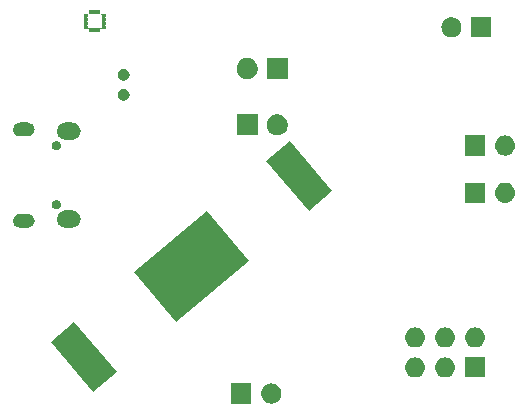
<source format=gbr>
G04 #@! TF.GenerationSoftware,KiCad,Pcbnew,(5.1.4-0-10_14)*
G04 #@! TF.CreationDate,2019-09-02T22:38:09-04:00*
G04 #@! TF.ProjectId,EFCv2,45464376-322e-46b6-9963-61645f706362,rev?*
G04 #@! TF.SameCoordinates,Original*
G04 #@! TF.FileFunction,Soldermask,Bot*
G04 #@! TF.FilePolarity,Negative*
%FSLAX46Y46*%
G04 Gerber Fmt 4.6, Leading zero omitted, Abs format (unit mm)*
G04 Created by KiCad (PCBNEW (5.1.4-0-10_14)) date 2019-09-02 22:38:09*
%MOMM*%
%LPD*%
G04 APERTURE LIST*
%ADD10C,0.100000*%
G04 APERTURE END LIST*
D10*
G36*
X153416627Y-106412299D02*
G01*
X153496742Y-106436601D01*
X153576855Y-106460903D01*
X153576857Y-106460904D01*
X153724518Y-106539831D01*
X153853949Y-106646051D01*
X153960169Y-106775482D01*
X154039096Y-106923143D01*
X154087701Y-107083373D01*
X154104112Y-107250000D01*
X154087701Y-107416627D01*
X154039096Y-107576857D01*
X153960169Y-107724518D01*
X153853949Y-107853949D01*
X153724518Y-107960169D01*
X153576857Y-108039096D01*
X153576855Y-108039097D01*
X153496742Y-108063399D01*
X153416627Y-108087701D01*
X153291752Y-108100000D01*
X153208248Y-108100000D01*
X153083373Y-108087701D01*
X153003258Y-108063399D01*
X152923145Y-108039097D01*
X152923143Y-108039096D01*
X152775482Y-107960169D01*
X152646051Y-107853949D01*
X152539831Y-107724518D01*
X152460904Y-107576857D01*
X152412299Y-107416627D01*
X152395888Y-107250000D01*
X152412299Y-107083373D01*
X152460904Y-106923143D01*
X152539831Y-106775482D01*
X152646051Y-106646051D01*
X152775482Y-106539831D01*
X152923143Y-106460904D01*
X152923145Y-106460903D01*
X153003258Y-106436601D01*
X153083373Y-106412299D01*
X153208248Y-106400000D01*
X153291752Y-106400000D01*
X153416627Y-106412299D01*
X153416627Y-106412299D01*
G37*
G36*
X151560000Y-108100000D02*
G01*
X149860000Y-108100000D01*
X149860000Y-106400000D01*
X151560000Y-106400000D01*
X151560000Y-108100000D01*
X151560000Y-108100000D01*
G37*
G36*
X140163048Y-105446366D02*
G01*
X138171333Y-107117613D01*
X134597434Y-102858406D01*
X136589149Y-101187159D01*
X140163048Y-105446366D01*
X140163048Y-105446366D01*
G37*
G36*
X171350000Y-105890000D02*
G01*
X169650000Y-105890000D01*
X169650000Y-104190000D01*
X171350000Y-104190000D01*
X171350000Y-105890000D01*
X171350000Y-105890000D01*
G37*
G36*
X168126627Y-104202299D02*
G01*
X168206742Y-104226602D01*
X168286855Y-104250903D01*
X168286857Y-104250904D01*
X168434518Y-104329831D01*
X168563949Y-104436051D01*
X168670169Y-104565482D01*
X168749096Y-104713143D01*
X168797701Y-104873373D01*
X168814112Y-105040000D01*
X168797701Y-105206627D01*
X168749096Y-105366857D01*
X168670169Y-105514518D01*
X168563949Y-105643949D01*
X168434518Y-105750169D01*
X168286857Y-105829096D01*
X168286855Y-105829097D01*
X168206742Y-105853399D01*
X168126627Y-105877701D01*
X168001752Y-105890000D01*
X167918248Y-105890000D01*
X167793373Y-105877701D01*
X167713258Y-105853399D01*
X167633145Y-105829097D01*
X167633143Y-105829096D01*
X167485482Y-105750169D01*
X167356051Y-105643949D01*
X167249831Y-105514518D01*
X167170904Y-105366857D01*
X167122299Y-105206627D01*
X167105888Y-105040000D01*
X167122299Y-104873373D01*
X167170904Y-104713143D01*
X167249831Y-104565482D01*
X167356051Y-104436051D01*
X167485482Y-104329831D01*
X167633143Y-104250904D01*
X167633145Y-104250903D01*
X167713258Y-104226602D01*
X167793373Y-104202299D01*
X167918248Y-104190000D01*
X168001752Y-104190000D01*
X168126627Y-104202299D01*
X168126627Y-104202299D01*
G37*
G36*
X165586627Y-104202299D02*
G01*
X165666742Y-104226602D01*
X165746855Y-104250903D01*
X165746857Y-104250904D01*
X165894518Y-104329831D01*
X166023949Y-104436051D01*
X166130169Y-104565482D01*
X166209096Y-104713143D01*
X166257701Y-104873373D01*
X166274112Y-105040000D01*
X166257701Y-105206627D01*
X166209096Y-105366857D01*
X166130169Y-105514518D01*
X166023949Y-105643949D01*
X165894518Y-105750169D01*
X165746857Y-105829096D01*
X165746855Y-105829097D01*
X165666742Y-105853399D01*
X165586627Y-105877701D01*
X165461752Y-105890000D01*
X165378248Y-105890000D01*
X165253373Y-105877701D01*
X165173258Y-105853399D01*
X165093145Y-105829097D01*
X165093143Y-105829096D01*
X164945482Y-105750169D01*
X164816051Y-105643949D01*
X164709831Y-105514518D01*
X164630904Y-105366857D01*
X164582299Y-105206627D01*
X164565888Y-105040000D01*
X164582299Y-104873373D01*
X164630904Y-104713143D01*
X164709831Y-104565482D01*
X164816051Y-104436051D01*
X164945482Y-104329831D01*
X165093143Y-104250904D01*
X165093145Y-104250903D01*
X165173258Y-104226602D01*
X165253373Y-104202299D01*
X165378248Y-104190000D01*
X165461752Y-104190000D01*
X165586627Y-104202299D01*
X165586627Y-104202299D01*
G37*
G36*
X170666627Y-101662299D02*
G01*
X170746742Y-101686601D01*
X170826855Y-101710903D01*
X170826857Y-101710904D01*
X170974518Y-101789831D01*
X171103949Y-101896051D01*
X171210169Y-102025482D01*
X171289096Y-102173143D01*
X171337701Y-102333373D01*
X171354112Y-102500000D01*
X171337701Y-102666627D01*
X171289096Y-102826857D01*
X171210169Y-102974518D01*
X171103949Y-103103949D01*
X170974518Y-103210169D01*
X170826857Y-103289096D01*
X170826855Y-103289097D01*
X170746742Y-103313399D01*
X170666627Y-103337701D01*
X170541752Y-103350000D01*
X170458248Y-103350000D01*
X170333373Y-103337701D01*
X170253258Y-103313399D01*
X170173145Y-103289097D01*
X170173143Y-103289096D01*
X170025482Y-103210169D01*
X169896051Y-103103949D01*
X169789831Y-102974518D01*
X169710904Y-102826857D01*
X169662299Y-102666627D01*
X169645888Y-102500000D01*
X169662299Y-102333373D01*
X169710904Y-102173143D01*
X169789831Y-102025482D01*
X169896051Y-101896051D01*
X170025482Y-101789831D01*
X170173143Y-101710904D01*
X170173145Y-101710903D01*
X170253258Y-101686601D01*
X170333373Y-101662299D01*
X170458248Y-101650000D01*
X170541752Y-101650000D01*
X170666627Y-101662299D01*
X170666627Y-101662299D01*
G37*
G36*
X168126627Y-101662299D02*
G01*
X168206742Y-101686601D01*
X168286855Y-101710903D01*
X168286857Y-101710904D01*
X168434518Y-101789831D01*
X168563949Y-101896051D01*
X168670169Y-102025482D01*
X168749096Y-102173143D01*
X168797701Y-102333373D01*
X168814112Y-102500000D01*
X168797701Y-102666627D01*
X168749096Y-102826857D01*
X168670169Y-102974518D01*
X168563949Y-103103949D01*
X168434518Y-103210169D01*
X168286857Y-103289096D01*
X168286855Y-103289097D01*
X168206742Y-103313399D01*
X168126627Y-103337701D01*
X168001752Y-103350000D01*
X167918248Y-103350000D01*
X167793373Y-103337701D01*
X167713258Y-103313399D01*
X167633145Y-103289097D01*
X167633143Y-103289096D01*
X167485482Y-103210169D01*
X167356051Y-103103949D01*
X167249831Y-102974518D01*
X167170904Y-102826857D01*
X167122299Y-102666627D01*
X167105888Y-102500000D01*
X167122299Y-102333373D01*
X167170904Y-102173143D01*
X167249831Y-102025482D01*
X167356051Y-101896051D01*
X167485482Y-101789831D01*
X167633143Y-101710904D01*
X167633145Y-101710903D01*
X167713258Y-101686601D01*
X167793373Y-101662299D01*
X167918248Y-101650000D01*
X168001752Y-101650000D01*
X168126627Y-101662299D01*
X168126627Y-101662299D01*
G37*
G36*
X165586627Y-101662299D02*
G01*
X165666742Y-101686601D01*
X165746855Y-101710903D01*
X165746857Y-101710904D01*
X165894518Y-101789831D01*
X166023949Y-101896051D01*
X166130169Y-102025482D01*
X166209096Y-102173143D01*
X166257701Y-102333373D01*
X166274112Y-102500000D01*
X166257701Y-102666627D01*
X166209096Y-102826857D01*
X166130169Y-102974518D01*
X166023949Y-103103949D01*
X165894518Y-103210169D01*
X165746857Y-103289096D01*
X165746855Y-103289097D01*
X165666742Y-103313399D01*
X165586627Y-103337701D01*
X165461752Y-103350000D01*
X165378248Y-103350000D01*
X165253373Y-103337701D01*
X165173258Y-103313399D01*
X165093145Y-103289097D01*
X165093143Y-103289096D01*
X164945482Y-103210169D01*
X164816051Y-103103949D01*
X164709831Y-102974518D01*
X164630904Y-102826857D01*
X164582299Y-102666627D01*
X164565888Y-102500000D01*
X164582299Y-102333373D01*
X164630904Y-102173143D01*
X164709831Y-102025482D01*
X164816051Y-101896051D01*
X164945482Y-101789831D01*
X165093143Y-101710904D01*
X165093145Y-101710903D01*
X165173258Y-101686601D01*
X165253373Y-101662299D01*
X165378248Y-101650000D01*
X165461752Y-101650000D01*
X165586627Y-101662299D01*
X165586627Y-101662299D01*
G37*
G36*
X151351127Y-96058453D02*
G01*
X145222772Y-101200754D01*
X141648873Y-96941547D01*
X147777228Y-91799246D01*
X151351127Y-96058453D01*
X151351127Y-96058453D01*
G37*
G36*
X136463866Y-91755246D02*
G01*
X136517125Y-91760491D01*
X136653788Y-91801947D01*
X136653790Y-91801948D01*
X136779736Y-91869268D01*
X136890133Y-91959867D01*
X136964102Y-92050000D01*
X136980731Y-92070263D01*
X137048053Y-92196212D01*
X137089509Y-92332875D01*
X137103507Y-92475000D01*
X137089509Y-92617125D01*
X137048053Y-92753788D01*
X137048052Y-92753790D01*
X136980732Y-92879736D01*
X136890133Y-92990133D01*
X136779736Y-93080732D01*
X136653790Y-93148052D01*
X136653788Y-93148053D01*
X136517125Y-93189509D01*
X136463866Y-93194754D01*
X136410609Y-93200000D01*
X135789391Y-93200000D01*
X135736134Y-93194755D01*
X135682875Y-93189509D01*
X135546212Y-93148053D01*
X135546210Y-93148052D01*
X135420264Y-93080732D01*
X135309867Y-92990133D01*
X135219268Y-92879736D01*
X135151948Y-92753790D01*
X135151947Y-92753788D01*
X135110491Y-92617125D01*
X135096493Y-92475000D01*
X135110491Y-92332875D01*
X135151947Y-92196212D01*
X135219269Y-92070263D01*
X135235898Y-92050000D01*
X135309867Y-91959867D01*
X135420264Y-91869268D01*
X135546210Y-91801948D01*
X135546212Y-91801947D01*
X135682875Y-91760491D01*
X135736134Y-91755246D01*
X135789391Y-91750000D01*
X136410609Y-91750000D01*
X136463866Y-91755246D01*
X136463866Y-91755246D01*
G37*
G36*
X132725652Y-92057131D02*
G01*
X132737721Y-92058320D01*
X132791914Y-92074759D01*
X132846108Y-92091199D01*
X132945998Y-92144592D01*
X133033554Y-92216446D01*
X133105408Y-92304002D01*
X133158801Y-92403892D01*
X133191680Y-92512280D01*
X133202782Y-92625000D01*
X133191680Y-92737720D01*
X133158801Y-92846108D01*
X133105408Y-92945998D01*
X133033554Y-93033554D01*
X132945998Y-93105408D01*
X132846108Y-93158801D01*
X132791914Y-93175241D01*
X132737721Y-93191680D01*
X132725652Y-93192869D01*
X132653246Y-93200000D01*
X131946754Y-93200000D01*
X131874348Y-93192869D01*
X131862279Y-93191680D01*
X131808086Y-93175241D01*
X131753892Y-93158801D01*
X131654002Y-93105408D01*
X131566446Y-93033554D01*
X131494592Y-92945998D01*
X131441199Y-92846108D01*
X131408320Y-92737720D01*
X131397218Y-92625000D01*
X131408320Y-92512280D01*
X131441199Y-92403892D01*
X131494592Y-92304002D01*
X131566446Y-92216446D01*
X131654002Y-92144592D01*
X131753892Y-92091199D01*
X131808086Y-92074759D01*
X131862279Y-92058320D01*
X131874348Y-92057131D01*
X131946754Y-92050000D01*
X132653246Y-92050000D01*
X132725652Y-92057131D01*
X132725652Y-92057131D01*
G37*
G36*
X158402566Y-90141594D02*
G01*
X156410851Y-91812841D01*
X152836952Y-87553634D01*
X154828667Y-85882387D01*
X158402566Y-90141594D01*
X158402566Y-90141594D01*
G37*
G36*
X135128414Y-90855788D02*
G01*
X135203814Y-90878660D01*
X135273303Y-90915803D01*
X135334211Y-90965789D01*
X135384197Y-91026697D01*
X135421340Y-91096186D01*
X135444212Y-91171586D01*
X135451935Y-91250000D01*
X135444212Y-91328414D01*
X135421340Y-91403814D01*
X135384197Y-91473303D01*
X135334211Y-91534211D01*
X135273303Y-91584197D01*
X135203814Y-91621340D01*
X135128414Y-91644212D01*
X135069647Y-91650000D01*
X135030353Y-91650000D01*
X134971586Y-91644212D01*
X134896186Y-91621340D01*
X134826697Y-91584197D01*
X134765789Y-91534211D01*
X134715803Y-91473303D01*
X134678660Y-91403814D01*
X134655788Y-91328414D01*
X134648065Y-91250000D01*
X134655788Y-91171586D01*
X134678660Y-91096186D01*
X134715803Y-91026697D01*
X134765789Y-90965789D01*
X134826697Y-90915803D01*
X134896186Y-90878660D01*
X134971586Y-90855788D01*
X135030353Y-90850000D01*
X135069647Y-90850000D01*
X135128414Y-90855788D01*
X135128414Y-90855788D01*
G37*
G36*
X173206627Y-89412299D02*
G01*
X173286742Y-89436601D01*
X173366855Y-89460903D01*
X173366857Y-89460904D01*
X173514518Y-89539831D01*
X173643949Y-89646051D01*
X173750169Y-89775482D01*
X173829096Y-89923143D01*
X173877701Y-90083373D01*
X173894112Y-90250000D01*
X173877701Y-90416627D01*
X173829096Y-90576857D01*
X173750169Y-90724518D01*
X173643949Y-90853949D01*
X173514518Y-90960169D01*
X173366857Y-91039096D01*
X173366855Y-91039097D01*
X173286742Y-91063399D01*
X173206627Y-91087701D01*
X173081752Y-91100000D01*
X172998248Y-91100000D01*
X172873373Y-91087701D01*
X172793258Y-91063399D01*
X172713145Y-91039097D01*
X172713143Y-91039096D01*
X172565482Y-90960169D01*
X172436051Y-90853949D01*
X172329831Y-90724518D01*
X172250904Y-90576857D01*
X172202299Y-90416627D01*
X172185888Y-90250000D01*
X172202299Y-90083373D01*
X172250904Y-89923143D01*
X172329831Y-89775482D01*
X172436051Y-89646051D01*
X172565482Y-89539831D01*
X172713143Y-89460904D01*
X172713145Y-89460903D01*
X172793258Y-89436601D01*
X172873373Y-89412299D01*
X172998248Y-89400000D01*
X173081752Y-89400000D01*
X173206627Y-89412299D01*
X173206627Y-89412299D01*
G37*
G36*
X171350000Y-91100000D02*
G01*
X169650000Y-91100000D01*
X169650000Y-89400000D01*
X171350000Y-89400000D01*
X171350000Y-91100000D01*
X171350000Y-91100000D01*
G37*
G36*
X173206627Y-85412299D02*
G01*
X173286742Y-85436601D01*
X173366855Y-85460903D01*
X173366857Y-85460904D01*
X173514518Y-85539831D01*
X173643949Y-85646051D01*
X173750168Y-85775481D01*
X173829097Y-85923145D01*
X173853398Y-86003258D01*
X173877701Y-86083373D01*
X173894112Y-86250000D01*
X173877701Y-86416627D01*
X173860508Y-86473304D01*
X173842033Y-86534211D01*
X173829096Y-86576857D01*
X173750169Y-86724518D01*
X173643949Y-86853949D01*
X173514518Y-86960169D01*
X173366857Y-87039096D01*
X173366855Y-87039097D01*
X173286742Y-87063399D01*
X173206627Y-87087701D01*
X173081752Y-87100000D01*
X172998248Y-87100000D01*
X172873373Y-87087701D01*
X172793258Y-87063399D01*
X172713145Y-87039097D01*
X172713143Y-87039096D01*
X172565482Y-86960169D01*
X172436051Y-86853949D01*
X172329831Y-86724518D01*
X172250904Y-86576857D01*
X172237968Y-86534211D01*
X172219492Y-86473304D01*
X172202299Y-86416627D01*
X172185888Y-86250000D01*
X172202299Y-86083373D01*
X172226602Y-86003258D01*
X172250903Y-85923145D01*
X172329832Y-85775481D01*
X172436051Y-85646051D01*
X172565482Y-85539831D01*
X172713143Y-85460904D01*
X172713145Y-85460903D01*
X172793258Y-85436601D01*
X172873373Y-85412299D01*
X172998248Y-85400000D01*
X173081752Y-85400000D01*
X173206627Y-85412299D01*
X173206627Y-85412299D01*
G37*
G36*
X171350000Y-87100000D02*
G01*
X169650000Y-87100000D01*
X169650000Y-85400000D01*
X171350000Y-85400000D01*
X171350000Y-87100000D01*
X171350000Y-87100000D01*
G37*
G36*
X135128414Y-85855788D02*
G01*
X135203814Y-85878660D01*
X135273303Y-85915803D01*
X135334211Y-85965789D01*
X135384197Y-86026697D01*
X135421340Y-86096186D01*
X135444212Y-86171586D01*
X135451935Y-86250000D01*
X135444212Y-86328414D01*
X135421340Y-86403814D01*
X135384197Y-86473303D01*
X135334211Y-86534211D01*
X135273303Y-86584197D01*
X135203814Y-86621340D01*
X135128414Y-86644212D01*
X135069647Y-86650000D01*
X135030353Y-86650000D01*
X134971586Y-86644212D01*
X134896186Y-86621340D01*
X134826697Y-86584197D01*
X134765789Y-86534211D01*
X134715803Y-86473303D01*
X134678660Y-86403814D01*
X134655788Y-86328414D01*
X134648065Y-86250000D01*
X134655788Y-86171586D01*
X134678660Y-86096186D01*
X134715803Y-86026697D01*
X134765789Y-85965789D01*
X134826697Y-85915803D01*
X134896186Y-85878660D01*
X134971586Y-85855788D01*
X135030353Y-85850000D01*
X135069647Y-85850000D01*
X135128414Y-85855788D01*
X135128414Y-85855788D01*
G37*
G36*
X136463866Y-84305246D02*
G01*
X136517125Y-84310491D01*
X136653788Y-84351947D01*
X136653790Y-84351948D01*
X136779736Y-84419268D01*
X136890133Y-84509867D01*
X136980732Y-84620264D01*
X136998707Y-84653893D01*
X137048053Y-84746212D01*
X137089509Y-84882875D01*
X137103507Y-85025000D01*
X137089509Y-85167125D01*
X137048053Y-85303788D01*
X137048052Y-85303790D01*
X136980732Y-85429736D01*
X136890133Y-85540133D01*
X136779736Y-85630732D01*
X136751076Y-85646051D01*
X136653788Y-85698053D01*
X136517125Y-85739509D01*
X136463866Y-85744755D01*
X136410609Y-85750000D01*
X135789391Y-85750000D01*
X135736134Y-85744755D01*
X135682875Y-85739509D01*
X135546212Y-85698053D01*
X135448924Y-85646051D01*
X135420264Y-85630732D01*
X135309867Y-85540133D01*
X135219268Y-85429736D01*
X135151948Y-85303790D01*
X135151947Y-85303788D01*
X135110491Y-85167125D01*
X135096493Y-85025000D01*
X135110491Y-84882875D01*
X135151947Y-84746212D01*
X135201293Y-84653893D01*
X135219268Y-84620264D01*
X135309867Y-84509867D01*
X135420264Y-84419268D01*
X135546210Y-84351948D01*
X135546212Y-84351947D01*
X135682875Y-84310491D01*
X135736134Y-84305246D01*
X135789391Y-84300000D01*
X136410609Y-84300000D01*
X136463866Y-84305246D01*
X136463866Y-84305246D01*
G37*
G36*
X132725652Y-84307131D02*
G01*
X132737721Y-84308320D01*
X132791914Y-84324759D01*
X132846108Y-84341199D01*
X132945998Y-84394592D01*
X133033554Y-84466446D01*
X133105408Y-84554002D01*
X133158801Y-84653892D01*
X133191680Y-84762280D01*
X133202782Y-84875000D01*
X133191680Y-84987720D01*
X133158801Y-85096108D01*
X133105408Y-85195998D01*
X133033554Y-85283554D01*
X132945998Y-85355408D01*
X132846108Y-85408801D01*
X132834573Y-85412300D01*
X132737721Y-85441680D01*
X132725652Y-85442869D01*
X132653246Y-85450000D01*
X131946754Y-85450000D01*
X131874348Y-85442869D01*
X131862279Y-85441680D01*
X131765427Y-85412300D01*
X131753892Y-85408801D01*
X131654002Y-85355408D01*
X131566446Y-85283554D01*
X131494592Y-85195998D01*
X131441199Y-85096108D01*
X131408320Y-84987720D01*
X131397218Y-84875000D01*
X131408320Y-84762280D01*
X131441199Y-84653892D01*
X131494592Y-84554002D01*
X131566446Y-84466446D01*
X131654002Y-84394592D01*
X131753892Y-84341199D01*
X131808086Y-84324759D01*
X131862279Y-84308320D01*
X131874348Y-84307131D01*
X131946754Y-84300000D01*
X132653246Y-84300000D01*
X132725652Y-84307131D01*
X132725652Y-84307131D01*
G37*
G36*
X154012520Y-83634586D02*
G01*
X154176310Y-83702430D01*
X154323717Y-83800924D01*
X154449076Y-83926283D01*
X154547570Y-84073690D01*
X154547571Y-84073692D01*
X154615414Y-84237480D01*
X154650000Y-84411356D01*
X154650000Y-84588644D01*
X154643710Y-84620264D01*
X154615414Y-84762520D01*
X154547570Y-84926310D01*
X154449076Y-85073717D01*
X154323717Y-85199076D01*
X154176310Y-85297570D01*
X154176309Y-85297571D01*
X154176308Y-85297571D01*
X154012520Y-85365414D01*
X153838644Y-85400000D01*
X153661356Y-85400000D01*
X153487480Y-85365414D01*
X153323692Y-85297571D01*
X153323691Y-85297571D01*
X153323690Y-85297570D01*
X153176283Y-85199076D01*
X153050924Y-85073717D01*
X152952430Y-84926310D01*
X152884586Y-84762520D01*
X152856290Y-84620264D01*
X152850000Y-84588644D01*
X152850000Y-84411356D01*
X152884586Y-84237480D01*
X152952429Y-84073692D01*
X152952430Y-84073690D01*
X153050924Y-83926283D01*
X153176283Y-83800924D01*
X153323690Y-83702430D01*
X153487480Y-83634586D01*
X153661356Y-83600000D01*
X153838644Y-83600000D01*
X154012520Y-83634586D01*
X154012520Y-83634586D01*
G37*
G36*
X152110000Y-85400000D02*
G01*
X150310000Y-85400000D01*
X150310000Y-83600000D01*
X152110000Y-83600000D01*
X152110000Y-85400000D01*
X152110000Y-85400000D01*
G37*
G36*
X140895843Y-81469214D02*
G01*
X140895846Y-81469215D01*
X140895845Y-81469215D01*
X140986839Y-81506906D01*
X141028063Y-81534451D01*
X141068730Y-81561624D01*
X141138376Y-81631270D01*
X141193095Y-81713163D01*
X141230786Y-81804157D01*
X141250000Y-81900753D01*
X141250000Y-81999247D01*
X141230786Y-82095843D01*
X141230785Y-82095845D01*
X141193094Y-82186839D01*
X141138375Y-82268731D01*
X141068731Y-82338375D01*
X140986839Y-82393094D01*
X140986838Y-82393095D01*
X140986837Y-82393095D01*
X140895843Y-82430786D01*
X140799247Y-82450000D01*
X140700753Y-82450000D01*
X140604157Y-82430786D01*
X140513163Y-82393095D01*
X140513162Y-82393095D01*
X140513161Y-82393094D01*
X140431269Y-82338375D01*
X140361625Y-82268731D01*
X140306906Y-82186839D01*
X140269215Y-82095845D01*
X140269214Y-82095843D01*
X140250000Y-81999247D01*
X140250000Y-81900753D01*
X140269214Y-81804157D01*
X140306905Y-81713163D01*
X140361624Y-81631270D01*
X140431270Y-81561624D01*
X140471937Y-81534451D01*
X140513161Y-81506906D01*
X140604155Y-81469215D01*
X140604154Y-81469215D01*
X140604157Y-81469214D01*
X140700753Y-81450000D01*
X140799247Y-81450000D01*
X140895843Y-81469214D01*
X140895843Y-81469214D01*
G37*
G36*
X140895843Y-79769214D02*
G01*
X140895846Y-79769215D01*
X140895845Y-79769215D01*
X140986839Y-79806906D01*
X141068731Y-79861625D01*
X141138375Y-79931269D01*
X141192666Y-80012520D01*
X141193095Y-80013163D01*
X141230786Y-80104157D01*
X141250000Y-80200753D01*
X141250000Y-80299247D01*
X141230786Y-80395843D01*
X141193095Y-80486837D01*
X141152515Y-80547570D01*
X141138375Y-80568731D01*
X141068731Y-80638375D01*
X140986839Y-80693094D01*
X140986838Y-80693095D01*
X140986837Y-80693095D01*
X140895843Y-80730786D01*
X140799247Y-80750000D01*
X140700753Y-80750000D01*
X140604157Y-80730786D01*
X140513163Y-80693095D01*
X140513162Y-80693095D01*
X140513161Y-80693094D01*
X140431269Y-80638375D01*
X140361625Y-80568731D01*
X140347486Y-80547570D01*
X140306905Y-80486837D01*
X140269214Y-80395843D01*
X140250000Y-80299247D01*
X140250000Y-80200753D01*
X140269214Y-80104157D01*
X140306905Y-80013163D01*
X140307335Y-80012520D01*
X140361625Y-79931269D01*
X140431269Y-79861625D01*
X140513161Y-79806906D01*
X140604155Y-79769215D01*
X140604154Y-79769215D01*
X140604157Y-79769214D01*
X140700753Y-79750000D01*
X140799247Y-79750000D01*
X140895843Y-79769214D01*
X140895843Y-79769214D01*
G37*
G36*
X154650000Y-80650000D02*
G01*
X152850000Y-80650000D01*
X152850000Y-78850000D01*
X154650000Y-78850000D01*
X154650000Y-80650000D01*
X154650000Y-80650000D01*
G37*
G36*
X151472520Y-78884586D02*
G01*
X151636310Y-78952430D01*
X151783717Y-79050924D01*
X151909076Y-79176283D01*
X152007570Y-79323690D01*
X152007571Y-79323692D01*
X152075414Y-79487480D01*
X152110000Y-79661356D01*
X152110000Y-79838644D01*
X152075414Y-80012520D01*
X152007570Y-80176310D01*
X151909076Y-80323717D01*
X151783717Y-80449076D01*
X151636310Y-80547570D01*
X151636309Y-80547571D01*
X151636308Y-80547571D01*
X151472520Y-80615414D01*
X151298644Y-80650000D01*
X151121356Y-80650000D01*
X150947480Y-80615414D01*
X150783692Y-80547571D01*
X150783691Y-80547571D01*
X150783690Y-80547570D01*
X150636283Y-80449076D01*
X150510924Y-80323717D01*
X150412430Y-80176310D01*
X150344586Y-80012520D01*
X150310000Y-79838644D01*
X150310000Y-79661356D01*
X150344586Y-79487480D01*
X150412429Y-79323692D01*
X150412430Y-79323690D01*
X150510924Y-79176283D01*
X150636283Y-79050924D01*
X150783690Y-78952430D01*
X150947480Y-78884586D01*
X151121356Y-78850000D01*
X151298644Y-78850000D01*
X151472520Y-78884586D01*
X151472520Y-78884586D01*
G37*
G36*
X171890000Y-77100000D02*
G01*
X170190000Y-77100000D01*
X170190000Y-75400000D01*
X171890000Y-75400000D01*
X171890000Y-77100000D01*
X171890000Y-77100000D01*
G37*
G36*
X168666627Y-75412299D02*
G01*
X168746742Y-75436602D01*
X168826855Y-75460903D01*
X168826857Y-75460904D01*
X168974518Y-75539831D01*
X169103949Y-75646051D01*
X169210169Y-75775482D01*
X169289096Y-75923143D01*
X169289097Y-75923145D01*
X169304146Y-75972755D01*
X169337701Y-76083373D01*
X169354112Y-76250000D01*
X169337701Y-76416627D01*
X169289096Y-76576857D01*
X169210169Y-76724518D01*
X169103949Y-76853949D01*
X168974518Y-76960169D01*
X168826857Y-77039096D01*
X168826855Y-77039097D01*
X168746742Y-77063399D01*
X168666627Y-77087701D01*
X168541752Y-77100000D01*
X168458248Y-77100000D01*
X168333373Y-77087701D01*
X168253258Y-77063399D01*
X168173145Y-77039097D01*
X168173143Y-77039096D01*
X168025482Y-76960169D01*
X167896051Y-76853949D01*
X167789831Y-76724518D01*
X167710904Y-76576857D01*
X167662299Y-76416627D01*
X167645888Y-76250000D01*
X167662299Y-76083373D01*
X167695854Y-75972755D01*
X167710903Y-75923145D01*
X167710904Y-75923143D01*
X167789831Y-75775482D01*
X167896051Y-75646051D01*
X168025482Y-75539831D01*
X168173143Y-75460904D01*
X168173145Y-75460903D01*
X168253258Y-75436602D01*
X168333373Y-75412299D01*
X168458248Y-75400000D01*
X168541752Y-75400000D01*
X168666627Y-75412299D01*
X168666627Y-75412299D01*
G37*
G36*
X138061142Y-74813225D02*
G01*
X138068572Y-74817197D01*
X138091211Y-74826575D01*
X138115244Y-74831357D01*
X138139748Y-74831358D01*
X138163781Y-74826578D01*
X138186428Y-74817197D01*
X138193858Y-74813225D01*
X138196143Y-74813000D01*
X138408857Y-74813000D01*
X138411142Y-74813225D01*
X138418572Y-74817197D01*
X138441211Y-74826575D01*
X138465244Y-74831357D01*
X138489748Y-74831358D01*
X138513781Y-74826578D01*
X138536428Y-74817197D01*
X138543858Y-74813225D01*
X138546143Y-74813000D01*
X138752500Y-74813000D01*
X138752500Y-74989232D01*
X138754902Y-75013618D01*
X138762015Y-75037067D01*
X138773566Y-75058678D01*
X138789111Y-75077620D01*
X138808053Y-75093165D01*
X138829664Y-75104716D01*
X138853113Y-75111829D01*
X138889749Y-75113629D01*
X138896137Y-75113000D01*
X139227500Y-75113000D01*
X139227500Y-75319357D01*
X139227275Y-75321642D01*
X139223303Y-75329072D01*
X139213925Y-75351711D01*
X139209143Y-75375744D01*
X139209142Y-75400248D01*
X139213922Y-75424281D01*
X139223303Y-75446928D01*
X139227275Y-75454358D01*
X139227500Y-75456643D01*
X139227500Y-75669357D01*
X139227275Y-75671642D01*
X139223303Y-75679072D01*
X139213925Y-75701711D01*
X139209143Y-75725744D01*
X139209142Y-75750248D01*
X139213922Y-75774281D01*
X139223303Y-75796928D01*
X139227275Y-75804358D01*
X139227500Y-75806643D01*
X139227500Y-76019357D01*
X139227275Y-76021642D01*
X139223303Y-76029072D01*
X139213925Y-76051711D01*
X139209143Y-76075744D01*
X139209142Y-76100248D01*
X139213922Y-76124281D01*
X139223303Y-76146928D01*
X139227275Y-76154358D01*
X139227500Y-76156643D01*
X139227500Y-76363000D01*
X138896137Y-76363000D01*
X138889749Y-76362371D01*
X138865245Y-76362371D01*
X138841211Y-76367152D01*
X138818573Y-76376530D01*
X138798199Y-76390144D01*
X138780872Y-76407471D01*
X138767259Y-76427846D01*
X138757882Y-76450485D01*
X138752500Y-76486768D01*
X138752500Y-76663000D01*
X138546143Y-76663000D01*
X138543858Y-76662775D01*
X138536428Y-76658803D01*
X138513789Y-76649425D01*
X138489756Y-76644643D01*
X138465252Y-76644642D01*
X138441219Y-76649422D01*
X138418572Y-76658803D01*
X138411142Y-76662775D01*
X138408857Y-76663000D01*
X138196143Y-76663000D01*
X138193858Y-76662775D01*
X138186428Y-76658803D01*
X138163789Y-76649425D01*
X138139756Y-76644643D01*
X138115252Y-76644642D01*
X138091219Y-76649422D01*
X138068572Y-76658803D01*
X138061142Y-76662775D01*
X138058857Y-76663000D01*
X137852500Y-76663000D01*
X137852500Y-76486768D01*
X137850098Y-76462382D01*
X137842985Y-76438933D01*
X137831434Y-76417322D01*
X137815889Y-76398380D01*
X137796947Y-76382835D01*
X137775336Y-76371284D01*
X137751887Y-76364171D01*
X137715251Y-76362371D01*
X137708863Y-76363000D01*
X137377500Y-76363000D01*
X137377500Y-76156643D01*
X137377725Y-76154358D01*
X137381697Y-76146928D01*
X137391075Y-76124289D01*
X137395857Y-76100256D01*
X137395858Y-76075752D01*
X137391078Y-76051719D01*
X137381697Y-76029072D01*
X137377725Y-76021642D01*
X137377500Y-76019357D01*
X137377500Y-75806643D01*
X137377725Y-75804358D01*
X137381697Y-75796928D01*
X137391075Y-75774289D01*
X137395857Y-75750256D01*
X137395858Y-75725752D01*
X137391078Y-75701719D01*
X137381697Y-75679072D01*
X137377725Y-75671642D01*
X137377500Y-75669357D01*
X137377500Y-75456643D01*
X137377725Y-75454358D01*
X137381697Y-75446928D01*
X137391075Y-75424289D01*
X137395857Y-75400256D01*
X137395857Y-75400248D01*
X137684142Y-75400248D01*
X137688922Y-75424281D01*
X137698303Y-75446928D01*
X137702275Y-75454358D01*
X137702500Y-75456643D01*
X137702500Y-75669357D01*
X137702275Y-75671642D01*
X137698303Y-75679072D01*
X137688925Y-75701711D01*
X137684143Y-75725744D01*
X137684142Y-75750248D01*
X137688922Y-75774281D01*
X137698303Y-75796928D01*
X137702275Y-75804358D01*
X137702500Y-75806643D01*
X137702500Y-76019357D01*
X137702275Y-76021642D01*
X137698303Y-76029072D01*
X137688925Y-76051711D01*
X137684143Y-76075744D01*
X137684142Y-76100248D01*
X137688922Y-76124281D01*
X137698303Y-76146928D01*
X137702275Y-76154358D01*
X137702500Y-76156643D01*
X137702500Y-76214232D01*
X137704902Y-76238618D01*
X137712015Y-76262067D01*
X137723566Y-76283678D01*
X137739111Y-76302620D01*
X137758053Y-76318165D01*
X137779664Y-76329716D01*
X137803113Y-76336829D01*
X137839749Y-76338629D01*
X137846137Y-76338000D01*
X138058857Y-76338000D01*
X138061142Y-76338225D01*
X138068572Y-76342197D01*
X138091211Y-76351575D01*
X138115244Y-76356357D01*
X138139748Y-76356358D01*
X138163781Y-76351578D01*
X138186428Y-76342197D01*
X138193858Y-76338225D01*
X138196143Y-76338000D01*
X138408857Y-76338000D01*
X138411142Y-76338225D01*
X138418572Y-76342197D01*
X138441211Y-76351575D01*
X138465244Y-76356357D01*
X138489748Y-76356358D01*
X138513781Y-76351578D01*
X138536428Y-76342197D01*
X138543858Y-76338225D01*
X138546143Y-76338000D01*
X138758863Y-76338000D01*
X138765251Y-76338629D01*
X138789755Y-76338629D01*
X138813789Y-76333848D01*
X138836427Y-76324470D01*
X138856801Y-76310856D01*
X138874128Y-76293529D01*
X138887741Y-76273154D01*
X138897118Y-76250515D01*
X138902500Y-76214232D01*
X138902500Y-76156643D01*
X138902725Y-76154358D01*
X138906697Y-76146928D01*
X138916075Y-76124289D01*
X138920857Y-76100256D01*
X138920858Y-76075752D01*
X138916078Y-76051719D01*
X138906697Y-76029072D01*
X138902725Y-76021642D01*
X138902500Y-76019357D01*
X138902500Y-75806643D01*
X138902725Y-75804358D01*
X138906697Y-75796928D01*
X138916075Y-75774289D01*
X138920857Y-75750256D01*
X138920858Y-75725752D01*
X138916078Y-75701719D01*
X138906697Y-75679072D01*
X138902725Y-75671642D01*
X138902500Y-75669357D01*
X138902500Y-75456643D01*
X138902725Y-75454358D01*
X138906697Y-75446928D01*
X138916075Y-75424289D01*
X138920857Y-75400256D01*
X138920858Y-75375752D01*
X138916078Y-75351719D01*
X138906697Y-75329072D01*
X138902725Y-75321642D01*
X138902500Y-75319357D01*
X138902500Y-75261768D01*
X138900098Y-75237382D01*
X138892985Y-75213933D01*
X138881434Y-75192322D01*
X138865889Y-75173380D01*
X138846947Y-75157835D01*
X138825336Y-75146284D01*
X138801887Y-75139171D01*
X138765251Y-75137371D01*
X138758863Y-75138000D01*
X138546143Y-75138000D01*
X138543858Y-75137775D01*
X138536428Y-75133803D01*
X138513789Y-75124425D01*
X138489756Y-75119643D01*
X138465252Y-75119642D01*
X138441219Y-75124422D01*
X138418572Y-75133803D01*
X138411142Y-75137775D01*
X138408857Y-75138000D01*
X138196143Y-75138000D01*
X138193858Y-75137775D01*
X138186428Y-75133803D01*
X138163789Y-75124425D01*
X138139756Y-75119643D01*
X138115252Y-75119642D01*
X138091219Y-75124422D01*
X138068572Y-75133803D01*
X138061142Y-75137775D01*
X138058857Y-75138000D01*
X137846137Y-75138000D01*
X137839749Y-75137371D01*
X137815245Y-75137371D01*
X137791211Y-75142152D01*
X137768573Y-75151530D01*
X137748199Y-75165144D01*
X137730872Y-75182471D01*
X137717259Y-75202846D01*
X137707882Y-75225485D01*
X137702500Y-75261768D01*
X137702500Y-75319357D01*
X137702275Y-75321642D01*
X137698303Y-75329072D01*
X137688925Y-75351711D01*
X137684143Y-75375744D01*
X137684142Y-75400248D01*
X137395857Y-75400248D01*
X137395858Y-75375752D01*
X137391078Y-75351719D01*
X137381697Y-75329072D01*
X137377725Y-75321642D01*
X137377500Y-75319357D01*
X137377500Y-75113000D01*
X137708863Y-75113000D01*
X137715251Y-75113629D01*
X137739755Y-75113629D01*
X137763789Y-75108848D01*
X137786427Y-75099470D01*
X137806801Y-75085856D01*
X137824128Y-75068529D01*
X137837741Y-75048154D01*
X137847118Y-75025515D01*
X137852500Y-74989232D01*
X137852500Y-74813000D01*
X138058857Y-74813000D01*
X138061142Y-74813225D01*
X138061142Y-74813225D01*
G37*
M02*

</source>
